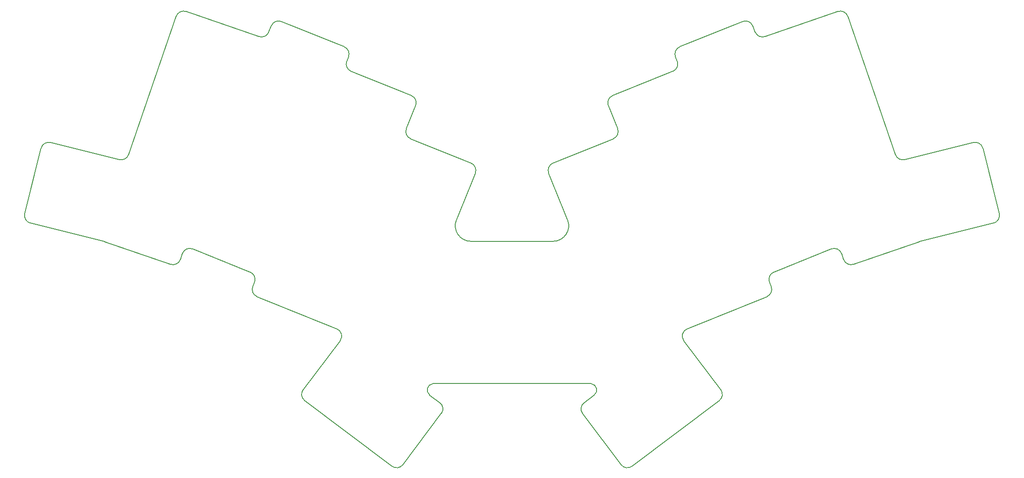
<source format=gbr>
%TF.GenerationSoftware,KiCad,Pcbnew,8.0.5*%
%TF.CreationDate,2024-09-08T16:42:39+10:00*%
%TF.ProjectId,akohekohe_min_choc,616b6f68-656b-46f6-9865-5f6d696e5f63,0.1*%
%TF.SameCoordinates,Original*%
%TF.FileFunction,Profile,NP*%
%FSLAX46Y46*%
G04 Gerber Fmt 4.6, Leading zero omitted, Abs format (unit mm)*
G04 Created by KiCad (PCBNEW 8.0.5) date 2024-09-08 16:42:39*
%MOMM*%
%LPD*%
G01*
G04 APERTURE LIST*
%TA.AperFunction,Profile*%
%ADD10C,0.150000*%
%TD*%
G04 APERTURE END LIST*
D10*
X68442519Y-112058903D02*
G75*
G02*
X67349962Y-110240561I362981J1455503D01*
G01*
X153140877Y-115547458D02*
G75*
G02*
X150359316Y-111423624I-77J2999958D01*
G01*
X236579104Y-99827112D02*
G75*
G02*
X234797874Y-98860033I-362904J1455512D01*
G01*
X87301680Y-98860004D02*
G75*
G02*
X85520525Y-99827131I-1418280J488304D01*
G01*
X114765052Y-74057602D02*
X114273697Y-75273720D01*
X179579868Y-89450548D02*
G75*
G02*
X180408759Y-87497884I1390632J561948D01*
G01*
X176266086Y-142958390D02*
G75*
G02*
X176838409Y-145171360I-147386J-1218610D01*
G01*
X194104232Y-134692162D02*
X201206603Y-144117334D01*
X130101084Y-82815280D02*
X141690889Y-87497844D01*
X194104225Y-134692167D02*
G75*
G02*
X194740293Y-132398695I1198075J902667D01*
G01*
X147166156Y-146619839D02*
G75*
G02*
X147461350Y-148720505I-902956J-1197961D01*
G01*
X121188205Y-146217979D02*
X137959575Y-158856122D01*
X129272242Y-80862579D02*
X129599986Y-80051297D01*
X82637534Y-115598116D02*
G75*
G02*
X82763012Y-115635260I-363834J-1459584D01*
G01*
X201206603Y-144117334D02*
G75*
G02*
X200911422Y-146218036I-1197903J-902766D01*
G01*
X127359320Y-132398646D02*
G75*
G02*
X127995329Y-134692127I-561920J-1390754D01*
G01*
X140740363Y-93854666D02*
X142519746Y-89450537D01*
X120892990Y-144117328D02*
X127995354Y-134692146D01*
X99640097Y-117020019D02*
X110701043Y-121488942D01*
X98376633Y-71303321D02*
X112394569Y-76130061D01*
X141690889Y-87497844D02*
G75*
G02*
X142519738Y-89450534I-561889J-1390756D01*
G01*
X234797930Y-98860005D02*
X225629594Y-72233244D01*
X70494944Y-97626736D02*
X67349968Y-110240563D01*
X182039353Y-158560878D02*
X174638218Y-148720552D01*
X110701043Y-121488942D02*
G75*
G02*
X111529861Y-123441635I-561943J-1390758D01*
G01*
X141569216Y-95807352D02*
G75*
G02*
X140740349Y-93854660I562084J1390852D01*
G01*
X150359333Y-111423631D02*
X153987892Y-102442609D01*
X96469991Y-72233241D02*
G75*
G02*
X98376625Y-71303345I1418309J-488459D01*
G01*
X239336599Y-115635296D02*
G75*
G02*
X239462087Y-115598116I489601J-1422104D01*
G01*
X70494957Y-97626747D02*
G75*
G02*
X72313290Y-96534116I1455543J-362953D01*
G01*
X223722963Y-71303309D02*
G75*
G02*
X225629525Y-72233261I488337J-1418191D01*
G01*
X140060237Y-158560873D02*
X147461384Y-148720531D01*
X239336599Y-115635296D02*
X226732927Y-119975095D01*
X205381851Y-73228720D02*
X193328471Y-78098613D01*
X210897497Y-124252924D02*
G75*
G02*
X210068676Y-126205637I-1390697J-561976D01*
G01*
X168940566Y-100489936D02*
X180530367Y-95807346D01*
X147166156Y-146619839D02*
X145259152Y-145173886D01*
X168958726Y-115547452D02*
X153140877Y-115547458D01*
X153159009Y-100489937D02*
G75*
G02*
X153987970Y-102442640I-561709J-1390763D01*
G01*
X192499623Y-80051299D02*
X192827378Y-80862587D01*
X249786346Y-96534166D02*
X236579104Y-99827112D01*
X251604664Y-97626733D02*
X254749653Y-110240589D01*
X168111716Y-102442605D02*
G75*
G02*
X168940585Y-100489980I1390684J561905D01*
G01*
X254749653Y-110240589D02*
G75*
G02*
X253657081Y-112058960I-1455453J-362911D01*
G01*
X97273302Y-119045120D02*
X97659883Y-117922446D01*
X82763011Y-115635264D02*
X95366674Y-119975090D01*
X226732927Y-119975095D02*
G75*
G02*
X224826253Y-119045177I-488427J1418195D01*
G01*
X114765052Y-74057602D02*
G75*
G02*
X116717710Y-73228757I1390748J-561898D01*
G01*
X121188207Y-146217982D02*
G75*
G02*
X120892981Y-144117321I902993J1197982D01*
G01*
X145261167Y-145171411D02*
G75*
G02*
X145833522Y-142958421I719933J994311D01*
G01*
X176266086Y-142958390D02*
X145833517Y-142958377D01*
X112030968Y-126205598D02*
G75*
G02*
X111202186Y-124252955I562132J1390798D01*
G01*
X179579868Y-89450548D02*
X181359258Y-93854675D01*
X224826303Y-119045160D02*
X224439724Y-117922436D01*
X249786346Y-96534166D02*
G75*
G02*
X251604632Y-97626739I362854J-1455434D01*
G01*
X253657071Y-112058920D02*
X239462068Y-115598127D01*
X168111718Y-102442606D02*
X171740284Y-111423636D01*
X68442519Y-112058903D02*
X82637534Y-115598116D01*
X87301669Y-98860017D02*
X96470027Y-72233221D01*
X130101084Y-82815280D02*
G75*
G02*
X129272243Y-80862579I561716J1390680D01*
G01*
X128771129Y-78098607D02*
G75*
G02*
X129600054Y-80051325I-561829J-1390793D01*
G01*
X97273304Y-119045129D02*
G75*
G02*
X95366690Y-119975045I-1418304J488429D01*
G01*
X111529898Y-123441650D02*
X111202103Y-124252922D01*
X184140041Y-158856132D02*
G75*
G02*
X182039332Y-158560894I-902741J1197932D01*
G01*
X72313280Y-96534156D02*
X85520532Y-99827104D01*
X114273697Y-75273720D02*
G75*
G02*
X112394554Y-76130105I-1390797J561920D01*
G01*
X141569216Y-95807352D02*
X153159009Y-100489937D01*
X112030968Y-126205598D02*
X127359313Y-132398641D01*
X128771133Y-78098605D02*
X116717726Y-73228716D01*
X207334562Y-74057605D02*
X207825913Y-75273722D01*
X222459536Y-117020058D02*
X211398606Y-121488940D01*
X223722963Y-71303309D02*
X209705046Y-76130073D01*
X210569723Y-123441629D02*
G75*
G02*
X211398617Y-121488985I1390877J561829D01*
G01*
X180408748Y-87497857D02*
X191998519Y-82815250D01*
X97659883Y-117922446D02*
G75*
G02*
X99640089Y-117020040I1418317J-488454D01*
G01*
X194740274Y-132398647D02*
X210068662Y-126205602D01*
X192827378Y-80862587D02*
G75*
G02*
X191998528Y-82815272I-1390778J-561913D01*
G01*
X205381851Y-73228720D02*
G75*
G02*
X207334547Y-74057616I561949J-1390680D01*
G01*
X174638218Y-148720552D02*
G75*
G02*
X174933470Y-146619878I1198382J902652D01*
G01*
X222459536Y-117020058D02*
G75*
G02*
X224439690Y-117922448I561864J-1390842D01*
G01*
X171740284Y-111423636D02*
G75*
G02*
X168958726Y-115547454I-2781484J-1123864D01*
G01*
X210897497Y-124252924D02*
X210569723Y-123441629D01*
X192499616Y-80051291D02*
G75*
G02*
X193328477Y-78098629I1390784J561891D01*
G01*
X181359256Y-93854671D02*
G75*
G02*
X180530379Y-95807376I-1390756J-561929D01*
G01*
X209705046Y-76130073D02*
G75*
G02*
X207825870Y-75273739I-488446J1418173D01*
G01*
X140060237Y-158560873D02*
G75*
G02*
X137959587Y-158856107I-1197937J902673D01*
G01*
X174933444Y-146619844D02*
X176840449Y-145173879D01*
X200911391Y-146217995D02*
X184140041Y-158856132D01*
M02*

</source>
